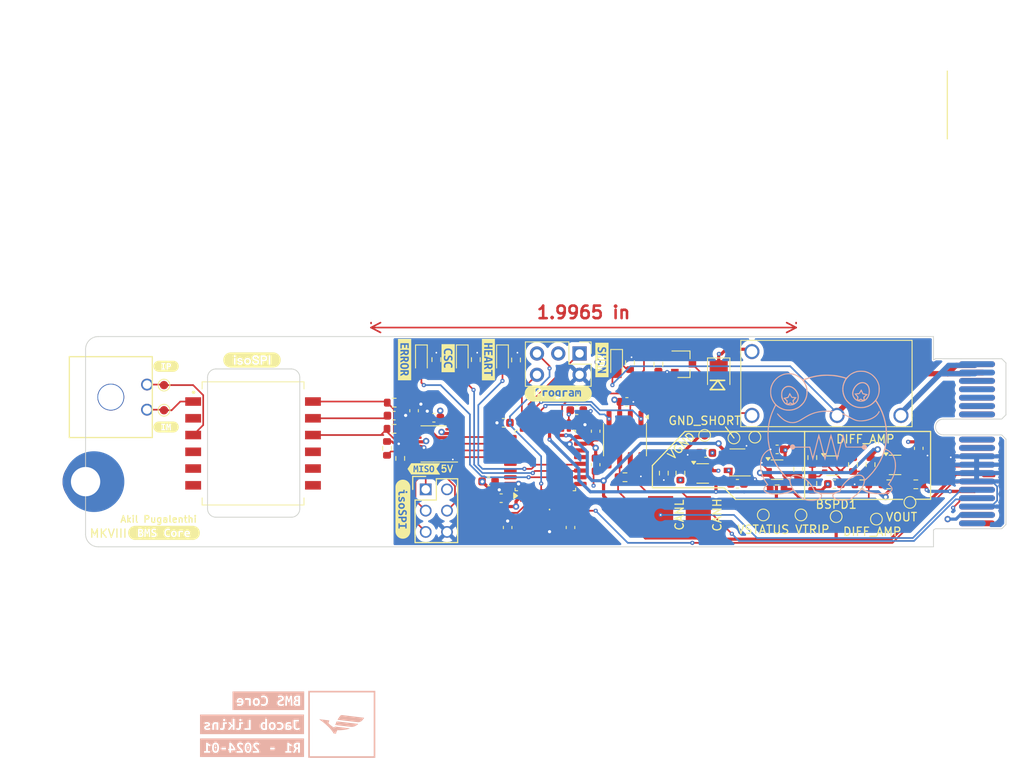
<source format=kicad_pcb>
(kicad_pcb (version 20241229) (generator "pcbnew") (generator_version "9.0")
  (layers (0 "F.Cu" signal) (4 "In1.Cu" power "GND.Cu") (6 "In2.Cu" mixed "PWR.Cu") (2 "B.Cu" signal) (13 "F.Paste" user) (15 "B.Paste" user) (5 "F.SilkS" user "F.Silkscreen") (7 "B.SilkS" user "B.Silkscreen") (1 "F.Mask" user) (3 "B.Mask" user) (25 "Edge.Cuts" user))
  (net 0 "")
  (net 1 "/BSPD_CURRENT_THRESH")
  (net 2 "+5V")
  (net 3 "GND")
  (net 4 "Net-(C7-Pad1)")
  (net 5 "Net-(C8-Pad1)")
  (net 6 "/IM")
  (net 7 "/IP")
  (net 8 "/ISO_MISO")
  (net 9 "/ISO_SCK")
  (net 10 "/ISO_MOSI")
  (net 11 "/ISO_CS")
  (net 12 "Net-(D1-K)")
  (net 13 "/Heartbeat")
  (net 14 "Net-(D2-K)")
  (net 15 "/CSC_Comms")
  (net 16 "Net-(D3-K)")
  (net 17 "/CANH")
  (net 18 "/CANL")
  (net 19 "/Error")
  (net 20 "/FAN_PWM")
  (net 21 "Net-(D5-A)")
  (net 22 "/SHDN_OUT")
  (net 23 "Net-(D6-K)")
  (net 36 "/SHDN_IN")
  (net 43 "Net-(U3-IBIAS)")
  (net 44 "Net-(U3-ICMP)")
  (net 45 "Net-(U3-IM)")
  (net 46 "Net-(U3-IP)")
  (net 47 "Net-(U4-+)")
  (net 48 "Net-(U4--)")
  (net 49 "Net-(U8--)")
  (net 50 "/BMS_RELAY_DRIVE")
  (net 51 "/VOUT_CURRENT_SENSE")
  (net 52 "/BSPD Current Sensor Trigger/VSTATUS")
  (net 53 "Net-(U8-+)")
  (net 54 "/BSPD Current Sensor Trigger/V_GND_THRESHOLD")
  (net 55 "/BSPD Current Sensor Trigger/VTRIP")
  (net 63 "/BSPD Current Sensor Trigger/GND_SHORT")
  (net 64 "/BSPD Current Sensor Trigger/CURRENT_TRIP")
  (net 67 "Net-(U10-PF1-OSC_OUT)")
  (net 68 "Net-(U10-PF0-OSC_IN)")
  (net 69 "+3V3")
  (net 70 "/NRST")
  (net 71 "/SWCLK")
  (net 72 "/SWDIO")
  (net 74 "/CAN_RX")
  (net 75 "/CAN_TX")
  (footprint "OEM:R_0603" (layer "F.Cu") (at 200.594885 136.325 90)
    (property "Reference" "R23" (hide yes))
    (property "Value" "1KR" (hide yes))
  )
  (footprint "OEM:R_0603" (layer "F.Cu") (at 220.6676 149.05515 90)
    (property "Reference" "R19" (hide yes))
    (property "Value" "R_10K" (hide yes))
  )
  (footprint "OEM:PCIe_Mount" (layer "F.Cu") (at 135.6278 150.525 90)
    (property "Reference" "H2" (hide yes))
    (property "Value" "CONN_MountingHole" (hide yes))
  )
  (footprint "OEM:LQFP-32_7x7mm_P0.8mm" (layer "F.Cu") (at 190.5 148 90)
    (property "Reference" "U10" (hide yes))
    (property "Value" "STM32G441KBT6" (hide yes))
  )
  (footprint "OEM:SOT-23F" (layer "F.Cu") (at 206.9998 136.5072)
    (property "Reference" "Q1" (hide yes))
    (property "Value" "SSM3K333R" (hide yes))
  )
  (footprint "OEM:C_0603_1608Metric" (layer "F.Cu") (at 185.225 152.5)
    (property "Reference" "C18" (hide yes))
    (property "Value" "C_0.1uF_16V" (hide yes))
  )
  (footprint "kibuzzard-63BF4A21" (layer "F.Cu") (at 155.5 136)
    (property "Reference" "kibuzzard-63BF4A21" (hide yes))
    (property "Value" "G***" (hide yes))
  )
  (footprint "TestPoint:TestPoint_Pad_D1.0mm" (layer "F.Cu") (at 145 139 90)
    (property "Reference" "IP1" (hide yes))
    (property "Value" "TP_1mm" (hide yes))
  )
  (footprint "TestPoint:TestPoint_Pad_D1.0mm" (layer "F.Cu") (at 230 155)
    (property "Reference" "DIFF_AMP")
    (property "Value" "TP_1mm" (hide yes))
  )
  (footprint "Package_SO:MSOP-16_3x4mm_P0.5mm" (layer "F.Cu") (at 177.155208 146.0234 180)
    (property "Reference" "U3" (hide yes))
    (property "Value" "LTC6820HMS" (hide yes))
  )
  (footprint "OEM:R_0603" (layer "F.Cu") (at 172.460631 141.0944)
    (property "Reference" "R10" (hide yes))
    (property "Value" "R_60.4" (hide yes))
  )
  (footprint "TestPoint:TestPoint_Pad_D1.0mm" (layer "F.Cu") (at 209.5 145)
    (property "Reference" "VGND")
    (property "Value" "V_GND_THRESHOLD" (hide yes))
  )
  (footprint "OEM:C_0603_1608Metric" (layer "F.Cu") (at 186 156 90)
    (property "Reference" "C15" (hide yes))
    (property "Value" "C_30pF_50V" (hide yes))
  )
  (footprint "OEM:R_0603" (layer "F.Cu") (at 200 150 180)
    (property "Reference" "R5" (hide yes))
    (property "Value" "R_120_DNP" (hide yes))
  )
  (footprint "OEM:C_0603" (layer "F.Cu") (at 172.435231 142.6438)
    (property "Reference" "C8" (hide yes))
    (property "Value" "C_10nF" (hide yes))
  )
  (footprint "OEM:R_0603" (layer "F.Cu") (at 229.2995 148.4896 90)
    (property "Reference" "R15" (hide yes))
    (property "Value" "R_10K" (hide yes))
  )
  (footprint "OEM:R_0603" (layer "F.Cu") (at 206.614006 149.5095 90)
    (property "Reference" "R17" (hide yes))
    (property "Value" "R_1M" (hide yes))
  )
  (footprint "OEM:R_0603" (layer "F.Cu") (at 227.2035 148.4896 -90)
    (property "Reference" "R16" (hide yes))
    (property "Value" "R_10K" (hide yes))
  )
  (footprint "OEM:R_0603" (layer "F.Cu") (at 218.15 151.44755 180)
    (property "Reference" "R20" (hide yes))
    (property "Value" "R_576" (hide yes))
  )
  (footprint "OEM:TP_Hook_SMD" (layer "F.Cu") (at 204.25 154.5 90)
    (property "Reference" "CANL")
    (property "Value" "CANL1" (hide yes))
  )
  (footprint "TestPoint:TestPoint_Pad_D1.0mm" (layer "F.Cu") (at 221 154.5)
    (property "Reference" "VTRIP")
    (property "Value" "VTRIP" (hide yes))
  )
  (footprint "OEM:R_0603" (layer "F.Cu") (at 177.493759 135.956528 90)
    (property "Reference" "R21" (hide yes))
    (property "Value" "1KR" (hide yes))
  )
  (footprint "Package_TO_SOT_SMD:SOT-353_SC-70-5" (layer "F.Cu") (at 218.15 149.09745)
    (property "Reference" "U6" (hide yes))
    (property "Value" "MCP6001" (hide yes))
  )
  (footprint "OEM:C_0603" (layer "F.Cu") (at 218.15 146.67235 180)
    (property "Reference" "C11" (hide yes))
    (property "Value" "C_0.1uF" (hide yes))
  )
  (footprint "TestPoint:TestPoint_Pad_D1.0mm" (layer "F.Cu") (at 234 153 180)
    (property "Reference" "VOUT")
    (property "Value" "VOUT" (hide yes))
  )
  (footprint "footprints:Pin_Header_Straight_2x03" (layer "F.Cu") (at 176.225 151.45)
    (property "Reference" "J2" (hide yes))
    (property "Value" "CONN_02x03" (hide yes))
  )
  (footprint "OEM:CHIPLED_0805" (layer "F.Cu") (at 175.710949 135.956528 -90)
    (property "Reference" "D3" (hide yes))
    (property "Value" "LED_RED" (hide yes))
  )
  (footprint "OEM:R_0603" (layer "F.Cu") (at 222.35 150.725 90)
    (property "Reference" "R24" (hide yes))
    (property "Value" "R_10K" (hide yes))
  )
  (footprint "kibuzzard-63B93076" (layer "F.Cu") (at 192.039999 140)
    (property "Reference" "kibuzzard-63B93076" (hide yes))
    (property "Value" "G***" (hide yes))
  )
  (footprint "OEM:FA238160000MBC0 (X_16MHz_18pF_SMD - FA-238_16.0000MB-C0)" (layer "F.Cu") (at 189.9 155.7 180)
    (property "Reference" "Y3" (hide yes))
    (property "Value" "X_16MHz_18pF" (hide yes))
  )
  (footprint "kibuzzard-673AE677" (layer "F.Cu") (at 183.7045 135.956528 -90)
    (property "Reference" "kibuzzard-673AE677" (hide yes))
    (property "Value" "G***" (hide yes))
  )
  (footprint "TestPoint:TestPoint_Pad_D1.0mm" (layer "F.Cu") (at 216.5 154.5)
    (property "Reference" "VSTATUS")
    (property "Value" "VSTATUS" (hide yes))
  )
  (footprint "kibuzzard-63BF57C4" (layer "F.Cu") (at 145 156.6392)
    (property "Reference" "kibuzzard-63BF57C4" (hide yes))
    (property "Value" "G***" (hide yes))
  )
  (footprint "kibuzzard-63B930AD" (layer "F.Cu") (at 176 149)
    (property "Reference" "kibuzzard-63B930AD" (hide yes))
    (property "Value" "G***" (hide yes))
  )
  (footprint "OEM:R_0603" (layer "F.Cu") (at 228.2613 150.8445)
    (property "Reference" "R14" (hide yes))
    (property "Value" "R_10K" (hide yes))
  )
  (footprint "TestPoint:TestPoint_Pad_D1.0mm" (layer "F.Cu") (at 225.196132 154.695)
    (property "Reference" "BSPD1")
    (property "Value" "BSPD_CURRENT_THRESH" (hide yes))
  )
  (footprint "kibuzzard-673AE69E" (layer "F.Cu") (at 173.7045 135.956528 -90)
    (property "Reference" "kibuzzard-673AE69E" (hide yes))
    (property "Value" "G***" (hide yes))
  )
  (footprint "TestPoint:TestPoint_Pad_D1.0mm" (layer "F.Cu") (at 215.5 145.209132)
    (property "Reference" "CURRENT_TRIP" (hide yes))
    (property "Value" "CURRENT_TRIP" (hide yes))
  )
  (footprint "footprints:HM2112ZNLT" (layer "F.Cu") (at 155.6258 145.9618 -90)
    (property "Reference" "T1" (hide yes))
    (property "Value" "HM2112ZNLT" (hide yes))
  )
  (footprint "OEM:R_0603" (layer "F.Cu") (at 172.435231 144.2186 180)
    (property "Reference" "R11" (hide yes))
    (property "Value" "R_60.4" (hide yes))
  )
  (footprint "OEM:C_0603" (layer "F.Cu") (at 174.835831 142.0596 90)
    (property "Reference" "C7" (hide yes))
    (property "Value" "C_10nF" (hide yes))
  )
  (footprint "OEM:C_0603" (layer "F.Cu") (at 209.652006 147.0965 180)
    (property "Reference" "C10" (hide yes))
    (property "Value" "C_0.1uF" (hide yes))
  )
  (footprint "OEM:C_0603_1608Metric" (layer "F.Cu") (at 196.5 148.5 -90)
    (property "Reference" "C20" (hide yes))
    (property "Value" "C_0.1uF_16V" (hide yes))
  )
  (footprint "OEM:R_0603" (layer "F.Cu") (at 182.2045 135.956528 90)
    (property "Reference" "R3" (hide yes))
    (property "Value" "1KR" (hide yes))
  )
  (footprint "OEM:Relay_SPST_OMRON-G5Q-1A4_OEM" (layer "F.Cu") (at 215.1446 142.6184)
    (property "Reference" "K1" (hide yes))
    (property "Value" "Relay_G5Q-1A4-DC5" (hide yes))
  )
  (footprint "kibuzzard-63BB8A3F" (layer "F.Cu") (at 145.25 136.75)
    (property "Reference" "kibuzzard-63BB8A3F" (hide yes))
    (property "Value" "G***" (hide yes))
  )
  (footprint "OEM:C_0603_1608Metric" (layer "F.Cu") (at 200.225 141)
    (property "Reference" "C22" (hide yes))
    (property "Value" "C_0.1uF_16V" (hide yes))
  )
  (footprint "kibuzzard-673AE688" (layer "F.Cu") (at 178.9045 135.7837 -90)
    (property "Reference" "kibuzzard-673AE688" (hide yes))
    (property "Value" "G***" (hide yes))
  )
  (footprint "OEM:R_0603" (layer "F.Cu") (at 222.35 147.65 90)
    (property "Reference" "R25" (hide yes))
    (property "Value" "R_10K" (hide yes))
  )
  (footprint "kibuzzard-673AE5D1" (layer "F.Cu") (at 197.25 136 -90)
    (property "Reference" "kibuzzard-673AE5D1" (hide yes))
    (property "Value" "G***" (hide yes))
  )
  (footprint "OEM:C_0603_1608Metric" (layer "F.Cu") (at 185.5 143.5 180)
    (property "Reference" "C21" (hide yes))
    (property "Value" "C_0.1uF_16V" (hide yes))
  )
  (footprint "OEM:R_0603" (layer "F.Cu") (at 171.610031 146.5554 90)
    (property "Reference" "R9" (hide yes))
    (property "Value" "R_1K" (hide yes))
  )
  (footprint "Package_TO_SOT_SMD:SOT-353_SC-70-5" (layer "F.Cu") (at 232.2225 148.5271)
    (property "Reference" "U4" (hide yes))
    (property "Value" "MCP6001" (hide yes))
  )
  (footprint "OEM:R_0603" (layer "F.Cu") (at 203.9858 136.5072 90)
    (property "Reference" "R7" (hide yes))
    (property "Value" "R_10K" (hide yes))
  )
  (footprint "Package_TO_SOT_SMD:SOT-353_SC-70-5" (layer "F.Cu") (at 224.7753 148.6157)
    (property "Reference" "U8" (hide yes))
    (property "Value" "MCP6001" (hide yes))
  )
  (footprint "OEM:SOT-23-5_OEM" (layer "F.Cu") (at 213.414 148.2298 180)
    (property "Reference" "U7" (hide yes))
    (property "Value" "SN74LVC1G32DBVR" (hide yes))
  )
  (footprint "OEM:CHIPLED_0805" (layer "F.Cu") (at 180.585545 135.956528 -90)
    (property "Reference" "D2" (hide yes))
    (property "Value" "LED_GREEN" (hide yes))
  )
  (footprint "OEM:J_PCIe_x1_Key" (layer "F.Cu") (at 242 155.5 90)
    (property "Reference" "J5" (hide yes))
    (property "Value" "J_PCIe_x1" (hide yes))
    (fp_line (start 19.65 -4.95) (end 19.65 2.95) (stroke (width 0.1)) (layer "Edge.Cuts"))
    (fp_line (start -0.65 -4.95) (end -0.649999 2.95) (stroke (width 0.1)) (layer "Edge.Cuts"))
    (fp_line (start 12.45 -4.000001) (end 12.449999 2.95) (stroke (width 0.1)) (layer "Edge.Cuts"))
    (fp_line (start 10.55 -4.000001) (end 10.550001 2.95) (stroke (width 0.1)) (layer "Edge.Cuts"))
    (fp_line (start 19.65 2.95) (end 19.149999 3.45) (stroke (width 0.1)) (layer "Edge.Cuts"))
    (fp_line (start 12.449999 2.95) (end 12.95 3.45) (stroke (width 0.1)) (layer "Edge.Cuts"))
    (fp_line (start 10.550001 2.95) (end 10.05 3.45) (stroke (width 0.1)) (layer "Edge.Cuts"))
    (fp_line (start -0.649999 2.95) (end -0.15 3.449999) (stroke (width 0.1)) (layer "Edge.Cuts"))
    (fp_line (start -0.15 3.449999) (end 10.05 3.45) (stroke (width 0.1)) (layer "Edge.Cuts"))
    (fp_line (start 12.95 3.45) (end 19.149999 3.45) (stroke (width 0.1)) (layer "Edge.Cuts"))
    (fp_arc (start 10.55 -4.000001) (mid 11.5 -4.950001) (end 12.45 -4.000001) (stroke (width 0.1)) (layer "Edge.Cuts"))
  )
  (footprint "OEM:C_0603_1608Metric" (layer "F.Cu") (at 183.725 150.5)
    (property "Reference" "C17" (hide yes))
    (property "Value" "C_0.1uF_16V" (hide yes))
  )
  (footprint "OEM:CHIPLED_0805" (layer "F.Cu") (at 185.385019 135.956528 -90)
    (property "Reference" "D1" (hide yes))
    (property "Value" "LED_AMBER" (hide yes))
  )
  (footprint "OEM:R_0603" (layer "F.Cu") (at 173.184831 147.7492 90)
    (property "Reference" "R8" (hide yes))
    (property "Value" "R_1K" (hide yes))
  )
  (footprint "OEM:C_0603_1608Metric" (layer "F.Cu") (at 193.5 156 -90)
    (property "Reference" "C14" (hide yes))
    (property "Value" "C_30pF_50V" (hide yes))
  )
  (footprint "TestPoint:TestPoint_Pad_D1.0mm" (layer "F.Cu") (at 213 145.3108)
    (property "Reference" "GND_SHORT")
    (property "Value" "GND_SHORT" (hide yes))
  )
  (footprint "OEM:C_0603" (layer "F.Cu") (at 235.0521 146.5479 -90)
    (property "Reference" "C9" (hide yes))
    (property "Value" "C_0.1uF" (hide yes))
  )
  (footprint "Package_TO_SOT_SMD:SOT-353_SC-70-5" (layer "F.Cu") (at 209.276006 149.547)
    (property "Reference" "U5" (hide yes))
    (property "Value" "MCP6001" (hide yes))
  )
  (footprint "kibuzzard-63B9305B" (layer "F.Cu") (at 173.5 153.812196 -90)
    (property "Reference" "kibuzzard-63B9305B" (hide yes))
    (property "Value" "G***" (hide yes))
  )
  (footprint "TestPoint:TestPoint_Pad_D1.0mm" (layer "F.Cu") (at 145 142 90)
    (property "Reference" "IM1" (hide yes))
    (property "Value" "TP_1mm" (hide yes))
  )
  (footprint "OEM:TP_Hook_SMD" (layer "F.Cu") (at 208.75 154.5 90)
    (property "Reference" "CANH")
    (property "Value" "CANH1" (hide yes))
  )
  (footprint "OEM:C_0603" (layer "F.Cu") (at 224.9813 150.8151)
    (property "Reference" "C13" (hide yes))
    (property "Value" "C_0.1uF" (hide yes))
  )
  (footprint "OEM:R_0603" (layer "F.Cu") (at 204.632806 149.5095 -90)
    (property "Reference" "R18" (hide yes))
    (property "Value" "R_1K" (hide yes))
  )
  (footprint "OEM:J_Programming_Pin_Header_Keyed" (layer "F.Cu") (at 194.579999 135.225 -90)
    (property "Reference" "J4" (hide yes))
    (property "Value" "J_Programming_Pin_Header" (hide yes))
  )
  (footprint "OEM:C_0603_1608Metric" (layer "F.Cu") (at 196.5 144.5 90)
    (property "Reference" "C19" (hide yes))
    (property "Value" "C_0.1uF_16V" (hide yes))
  )
  (footprint "OEM:C_0603" (layer "F.Cu") (at 177.198031 142.8978 180)
    (property "Reference" "C6" (hide yes))
    (property "Value" "C_0.1uF" (hide yes))
  )
  (footprint "OEM:R_0603" (layer "F.Cu") (at 187 136 90)
    (property "Reference" "R1" (hide yes))
    (property "Value" "1KR" (hide yes))
  )
  (footprint "kibuzzard-63BB8A53" (layer "F.Cu") (at 145.25 144)
    (property "Reference" "kibuzzard-63BB8A53" (hide yes))
    (property "Value" "G***" (hide yes))
  )
  (footprint "OEM:R_0603" (layer "F.Cu") (at 231.4806 150.8445 180)
    (property "Reference" "R13" (hide yes))
    (property "Value" "R_10K" (hide yes))
  )
  (footprint "OEM:SOIC-8_3.9x4.9mm_P1.27mm" (layer "F.Cu") (at 200 145.5 -90)
    (property "Reference" "U11" (hide yes))
    (property "Value" "MCP2561-E_SN" (hide yes))
  )
  (footprint "footprints:MicroFit_RA_2" (layer "F.Cu") (at 138.6558 140.434 90)
    (property "Reference" "J3" (hide yes))
    (property "Value" "MicroFit_RA_2" (hide yes))
  )
  (footprint "OEM:C_0603_1608Metric" (layer "F.Cu") (at 194.25 142)
    (property "Reference" "C16" (hide yes))
    (property "Value" "C_0.1uF_16V" (hide yes))
  )
  (footprint "OEM:C_0603" (layer "F.Cu") (at 213.414 150.7762)
    (property "Reference" "C12" (hide yes))
    (property "Value" "C_0.1uF" (hide yes))
  )
  (footprint "OEM:R_0603" (layer "F.Cu") (at 234.6999 150.8445)
    (property "Reference" "R12" (hide yes))
    (property "Value" "R_10K" (hide yes))
  )
  (footprint "OEM:CHIPLED_0805" (layer "F.Cu") (at 199 136.5 -90)
    (property "Reference" "D6" (hide yes))
    (property "Value" "LED_BLUE" (hide yes))
  )
  (footprint "OEM:DO-214AA" (layer "F.Cu") (at 211.1822 138.9354 -90)
    (property "Reference" "D5" (hide yes))
    (property "Value" "D_Zener_18V_SMBJ5355B-TP" (hide yes))
  )
  (footprint "Toad:Toad" (layer "B.Cu") (at 225 145.125 180)
    (property "Reference" "G***" (hide yes))
    (property "Value" "LOGO" (hide yes))
  )
  (footprint "kibuzzard-673AE955" (layer "B.Cu") (at 155.5 179.5 180)
    (property "Reference" "kibuzzard-673AE955" (hide yes))
    (property "Value" "G***" (hide yes))
  )
  (footprint "kibuzzard-673AE966" (layer "B.Cu") (at 157.45 176.6806 180)
    (property "Reference" "kibuzzard-673AE966" (hide yes))
    (property "Value" "G***" (hide yes))
  )
  (footprint "kibuzzard-673AE93C" (layer "B.Cu") (at 155.5 182.290001 180)
    (property "Reference" "kibuzzard-673AE93C" (hide yes))
    (property "Value" "G***" (hide yes))
  )
  (footprint "OEM:OEM_Logo_8mm" (layer "B.Cu") (at 166.21 179.500001 180)
    (property "Reference" "REF**" (hide yes))
    (property "Value" "OEM_Logo_8mm")
  )
  (gr_line (start 236.46 152.625) (end 234.5329 152.625) (stroke (width 0.15)) (layer "F.SilkS"))
  (gr_line (start 203.27 151.255) (end 211.81 151.255) (stroke (width 0.15)) (layer "F.SilkS"))
  (gr_line (start 236.46 144.535) (end 221.43 144.535) (stroke (width 0.15)) (layer "F.SilkS"))
  (gr_line (start 221.43 145.635) (end 221.43 144.535) (stroke (width 0.15)) (layer "F.SilkS"))
  (gr_line (start 236.46 144.535) (end 236.46 152.625) (stroke (width 0.15)) (layer "F.SilkS"))
  (gr_line (start 213.17 152.6439) (end 221.43 152.6439) (stroke (width 0.15)) (layer "F.SilkS"))
  (gr_line (start 211.81 151.255) (end 213.1989 152.6439) (stroke (width 0.15)) (layer "F.SilkS"))
  (gr_line (start 221.43 144.535) (end 215.6018 144.535) (stroke (width 0.15)) (layer "F.SilkS"))
  (gr_line (start 221.43 145.635) (end 221.43 152.625) (stroke (width 0.15)) (layer "F.SilkS"))
  (gr_line (start 233.1329 152.6439) (end 221.43 152.6439) (stroke (width 0.15)) (layer "F.SilkS"))
  (gr_line (start 213 145.3108) (end 212 144) (stroke (width 0.15)) (layer "F.SilkS"))
  (gr_line (start 238.46 109.6) (end 238.46 101.51) (stroke (width 0.15)) (layer "F.SilkS"))
  (gr_line (start 215.5 144.5354) (end 207.1582 144.5354) (stroke (width 0.15)) (layer "F.SilkS"))
  (gr_line (start 207.1582 144.5354) (end 203.27 148.6008) (stroke (width 0.15)) (layer "F.SilkS"))
  (gr_line (start 203.27 148.6008) (end 203.27 151.255) (stroke (width 0.15)) (layer "F.SilkS"))
  (gr_arc (start 160.1978 137.0718) (mid 160.904907 137.364693) (end 161.1978 138.0718) (stroke (width 0.1)) (layer "Edge.Cuts"))
  (gr_line (start 135.6438 134.718328) (end 135.6438 156.816672) (stroke (width 0.1)) (layer "Edge.Cuts"))
  (gr_line (start 151.1978 154.7718) (end 160.1978 154.7718) (stroke (width 0.1)) (layer "Edge.Cuts"))
  (gr_line (start 236.805 156.29) (end 236.805 158.305) (stroke (width 0.1)) (layer "Edge.Cuts"))
  (gr_line (start 236.805 135.99) (end 236.805 133.195) (stroke (width 0.1)) (layer "Edge.Cuts"))
  (gr_arc (start 135.6438 134.718328) (mid 136.085894 133.648591) (end 137.154928 133.2048) (stroke (width 0.1)) (layer "Edge.Cuts"))
  (gr_arc (start 137.1678 158.3048) (mid 136.097609 157.876356) (end 135.6438 156.816672) (stroke (width 0.1)) (layer "Edge.Cuts"))
  (gr_line (start 160.1978 137.0718) (end 151.1978 137.0718) (stroke (width 0.1)) (layer "Edge.Cuts"))
  (gr_line (start 236.805 158.305) (end 137.1678 158.305) (stroke (width 0.1)) (layer "Edge.Cuts"))
  (gr_arc (start 151.1978 154.7718) (mid 150.490693 154.478907) (end 150.1978 153.7718) (stroke (width 0.1)) (layer "Edge.Cuts"))
  (gr_arc (start 150.1978 138.0718) (mid 150.490693 137.364693) (end 151.1978 137.0718) (stroke (width 0.1)) (layer "Edge.Cuts"))
  (gr_line (start 137.154928 133.2048) (end 236.805 133.2048) (stroke (width 0.1)) (layer "Edge.Cuts"))
  (gr_line (start 161.1978 153.7718) (end 161.1978 138.0718) (stroke (width 0.1)) (layer "Edge.Cuts"))
  (gr_arc (start 161.1978 153.7718) (mid 160.904907 154.478907) (end 160.1978 154.7718) (stroke (width 0.1)) (layer "Edge.Cuts"))
  (gr_line (start 150.1978 138.0718) (end 150.1978 153.7718) (stroke (width 0.1)) (layer "Edge.Cuts"))
  (gr_line (start 236.805 135.99) (end 237.05 135.85) (stroke (width 0.1)) (layer "Edge.Cuts"))
  (gr_line (start 236.805 156.29) (end 237.05 156.15) (stroke (width 0.1)) (layer "Edge.Cuts"))
  (gr_text "5V" (at 178.75 149 0) (layer "F.SilkS") (effects (font (size 0.8 0.8))))
  (gr_text "Akil Pugalenthi" (at 144.3576 155.0136 0) (layer "F.SilkS") (effects (font (size 0.8 0.8))))
  (gr_text "MKVIII" (at 138.3604 156.7154 0) (layer "F.SilkS") (effects (font (size 1 1))))
  (gr_text "DIFF_AMP" (at 225.1 146.035 0) (layer "F.SilkS") (effects (font (size 1 1)) (justify left bottom)))
  (dimension (type aligned) (layer "F.Cu") (pts (xy 169.704 132.1282) (xy 220.416 132.1282)) (height 0) (format (prefix "") (suffix "") (units 0) (units_format 1) (precision 4)) (style (thickness 0.2) (arrow_length 1.27) (text_position_mode 0) (arrow_direction outward) (extension_height 0.58642) (extension_offset 0.5) (keep_text_aligned yes)) (gr_text "1.9965 in" (at 195.06 130.3282 0) (layer "F.Cu") (effects (font (size 1.5 1.5) (thickness 0.3)))))
  (segment (start 197.4437 150.41231) (end 197.4437 152.2339) (width 0.381) (layer "F.Cu") (net 1))
  (segment (start 242.8085 149.8085) (end 244 149.8085) (width 0.381) (layer "F.Cu") (net 1))
  (segment (start 197.4437 152.2339) (end 202.4523 157.2425) (width 0.381) (layer "F.Cu") (net 1))
  (segment (start 191.7 144.668) (end 191.7 143.825) (width 0.381) (layer "F.Cu") (net 1))
  (segment (start 225.196132 157.368632) (end 225.22 157.3925) (width 0.381) (layer "F.Cu") (net 1))
  (segment (start 242.5 149.5) (end 242.8085 149.8085) (width 0.381) (layer "F.Cu") (net 1))
  (segment (start 211.16 145.965) (end 211.16 146.1258) (width 0.381) (layer "F.Cu") (net 1))
  (segment (start 192.968 145) (end 192.032 145) (width 0.381) (layer "F.Cu") (net 1))
  (segment (start 231.7562 157.366532) (end 231.730232 157.3925) (width 0.381) (layer "F.Cu") (net 1))
  (segment (start 208.8454 157.3925) (end 225.22 157.3925) (width 0.381) (layer "F.Cu") (net 1))
  (segment (start 208.6954 157.2425) (end 208.8454 157.3925) (width 0.381) (layer "F.Cu") (net 1))
  (segment (start 241.755 149.64) (end 239.482732 149.64) (width 0.381) (layer "F.Cu") (net 1))
  (segment (start 211.16 146.1258) (end 212.314 147.2798) (width 0.381) (layer "F.Cu") (net 1))
  (segment (start 239.482732 149.64) (end 238.923232 150.1995) (width 0.381) (layer "F.Cu") (net 1))
  (segment (start 192.032 145) (end 191.7 144.668) (width 0.381) (layer "F.Cu") (net 1))
  (segment (start 231.730232 157.3925) (end 225.22 157.3925) (width 0.381) (layer "F.Cu") (net 1))
  (segment (start 238.923232 150.1995) (end 238.923231 150.1995) (width 0.381) (layer "F.Cu") (net 1))
  (segment (start 238.923231 150.1995) (end 231.7562 157.366532) (width 0.381) (layer "F.Cu") (net 1))
  (segment (start 225.196132 154.695) (end 225.196132 157.368632) (width 0.381) (layer "F.Cu") (net 1))
  (segment (start 202.4523 157.2425) (end 208.6954 157.2425) (width 0.381) (layer "F.Cu") (net 1))
  (via (at 192.968 145) (size 0.5) (drill 0.2) (layers "F.Cu" "B.Cu") (net 1))
  (via (at 211.16 145.965) (size 0.762) (drill 0.381) (layers "F.Cu" "B.Cu") (net 1))
  (via (at 197.4437 150.41231) (size 0.762) (drill 0.381) (layers "F.Cu" "B.Cu") (net 1))
  (segment (start 193.5 145) (end 192.968 145) (width 0.381) (layer "B.Cu") (net 1))
  (segment (start 195.5 149.82462) (end 195.5 147) (width 0.381) (layer "B.Cu") (net 1))
  (segment (start 197.4437 150.41231) (end 196.08769 150.41231) (width 0.381) (layer "B.Cu") (net 1))
  (segment (start 197.4437 150.41231) (end 201.89101 145.965) (width 0.381) (layer "B.Cu") (net 1))
  (segment (start 201.89101 145.965) (end 211.16 145.965) (width 0.381) (layer "B.Cu") (net 1))
  (segment (start 196.08769 150.41231) (end 195.5 149.82462) (width 0.381) (layer "B.Cu") (net 1))
  (segment (start 195.5 147) (end 193.5 145) (width 0.381) (layer "B.Cu") (net 1))
  (segment (start 225.7253 147.9657) (end 223.8441 146.0845) (width 0.381) (layer "F.Cu") (net 2))
  (segment (start 178.286231 144.7734) (end 179.305208 144.7734) (width 0.381) (layer "F.Cu") (net 2))
  (segment (start 235.0521 145.7729) (end 233.7821 145.7729) (width 0.381) (layer "F.Cu") (net 2))
  (segment (start 198.75 140.75) (end 199.03 140.75) (width 0.381) (layer "F.Cu") (net 2))
  (segment (start 211.1822 136.9034) (end 211.1822 135.3032) (width 0.381) (layer "F.Cu") (net 2))
  (segment (start 179.305208 144.2734) (end 179.305208 144.7734) (width 0.381) (layer "F.Cu") (net 2))
  (segment (start 177.973031 142.8978) (end 176.597431 144.2734) (width 0.381) (layer "F.Cu") (net 2))
  (segment (start 219.1 148.44745) (end 219.1 147.58675) (width 0.381) (layer "F.Cu") (net 2))
  (segment (start 211.142006 149.2215) (end 210.550506 149.2215) (width 0.381) (layer "F.Cu") (net 2))
  (segment (start 235.0521 145.9975) (end 233.1725 147.8771) (width 0.381) (layer "F.Cu") (net 2))
  (segment (start 222.35 151.55) (end 223.4714 151.55) (width 0.381) (layer "F.Cu") (net 2))
  (segment (start 236 151.3196) (end 235.5249 150.8445) (width 0.381) (layer "F.Cu") (net 2))
  (segment (start 199.03 140.75) (end 199.365 141.085) (width 0.381) (layer "F.Cu") (net 2))
  (segment (start 219.1 148.44745) (end 220.6655 148.44745) (width 0.381) (layer "F.Cu") (net 2))
  (segment (start 224.1982 150.8232) (end 224.2063 150.8151) (width 0.381) (layer "F.Cu") (net 2))
  (segment (start 199.365 141.085) (end 199.365 143.025) (width 0.381) (layer "F.Cu") (net 2))
  (segment (start 178.068431 141.9512) (end 177.960031 142.0596) (width 0.381) (layer "F.Cu") (net 2))
  (segment (start 235.0521 145.7729) (end 235.0521 145.9975) (width 0.381) (layer "F.Cu") (net 2))
  (segment (start 176.597431 144.2734) (end 175.005208 144.2734) (width 0.381) (layer "F.Cu") (net 2))
  (segment (start 211.5124 135.2778) (end 212.0712 134.719) (width 0.381) (layer "F.Cu") (net 2))
  (segment (start 177.973031 142.0726) (end 177.973031 142.8978) (width 0.381) (layer "F.Cu") (net 2))
  (segment (start 210.427006 147.0965) (end 210.226006 147.2975) (width 0.381) (layer "F.Cu") (net 2))
  (segment (start 236 151.5) (end 236 151.3196) (width 0.381) (layer "F.Cu") (net 2))
  (segment (start 176.178699 145.7734) (end 175.005208 145.7734) (width 0.381) (layer "F.Cu") (net 2))
  (segment (start 238.7666 151.6862) (end 241.7088 151.6862) (width 0.381) (layer "F.Cu") (net 2))
  (segment (start 241.7088 151.6862) (end 241.755 151.64) (width 0.381) (layer "F.Cu") (net 2))
  (segment (start 178.112431 144.5996) (end 178.286231 144.7734) (width 0.381) (layer "F.Cu") (net 2))
  (segment (start 179.305208 145.2734) (end 177.597431 145.2734) (width 0.381) (layer "F.Cu") (net 2))
  (segment (start 223.4714 151.55) (end 224.1982 150.8232) (width 0.381) (layer "F.Cu") (net 2))
  (segment (start 212.639 150.7762) (end 212.639 149.5048) (width 0.381) (layer "F.Cu") (net 2))
  (segment (start 219.1 147.58675) (end 219.1 146.84735) (width 0.381) (layer "F.Cu") (net 2))
  (segment (start 210.550506 149.2215) (end 210.226006 148.897) (width 0.381) (layer "F.Cu") (net 2))
  (segment (start 219.1324 146.7566) (end 219.8045 146.0845) (width 0.381) (layer "F.Cu") (net 2))
  (segment (start 212.639 149.5048) (end 212.314 149.1798) (width 0.381) (layer "F.Cu") (net 2))
  (segment (start 176.269621 145.682478) (end 176.178699 145.7734) (width 0.381) (layer "F.Cu") (net 2))
  (segment (start 211.2076 135.2778) (end 211.5124 135.2778) (width 0.381) (layer "F.Cu") (net 2))
  (segment (start 219.8045 146.0845) (end 223.8441 146.0845) (width 0.381) (layer "F.Cu") (net 2))
  (segment (start 177.597431 145.2734) (end 176.597431 144.2734) (width 0.381) (layer "F.Cu") (net 2))
  (segment (start 212.0712 134.719) (end 215.1446 134.719) (width 0.381) (layer "F.Cu") (net 2))
  (segment (start 177.960031 142.0596) (end 177.973031 142.0726) (width 0.381) (layer "F.Cu") (net 2))
  (via (at 198.75 140.75) (size 0.762) (drill 0.381) (layers "F.Cu" "B.Cu") (net 2))
  (via (at 219.1324 146.7566) (size 0.5) (drill 0.2) (layers "F.Cu" "B.Cu") (net 2))
  (via (at 233.7821 145.7729) (size 0.5) (drill 0.2) (layers "F.Cu" "B.Cu") (net 2))
  (via (at 224.1982 150.8232) (size 0.5) (drill 0.2) (layers "F.Cu" "B.Cu") (net 2))
  (via (at 238.7666 151.6862) (size 0.5) (drill 0.2) (layers "F.Cu" "B.Cu") (net 2))
  (via (at 178.112431 144.5996) (size 0.762) (drill 0.381) (layers "F.Cu" "B.Cu") (net 2))
  (via (at 211.2076 135.2778) (size 0.5) (drill 0.2) (layers "F.Cu" "B.Cu") (net 2))
  (via (at 206.614006 150.3345) (size 0.5) (drill 0.2) (layers "F.Cu" "B.Cu") (net 2))
  (via (at 210.427006 147.0965) (size 0.5) (drill 0.2) (layers "F.Cu" "B.Cu") (net 2))
  (via (at 236 151.5) (size 0.5) (drill 0.2) (layers "F.Cu" "B.Cu") (net 2))
  (via (at 212.3782 149.1798) (size 0.5) (drill 0.2) (layers "F.Cu" "B.Cu") (net 2))
  (via (at 177.960031 142.0596) (size 0.762) (drill 0.381) (layers "F.Cu" "B.Cu") (net 2))
  (via (at 176.269621 145.682478) (size 0.762) (drill 0.381) (layers "F.Cu" "B.Cu") (net 2))
  (via (at 211.142006 149.2215) (size 0.5) (drill 0.2) (layers "F.Cu" "B.Cu") (net 2))
  (segment (start 236.1862 151.6862) (end 236 151.5) (width 0.381) (layer "B.Cu") (net 2))
  (segment (start 238.7666 151.6862) (end 236.1862 151.6862) (width 0.381) (layer "B.Cu") (net 2))
  (segment (start 207.477606 149.023599) (end 207.477606 147.5791) (width 0.2) (layer "F.Cu") (net 3))
  (segment (start 172.346631 145.895) (end 172.893331 145.895) (width 0.254) (layer "F.Cu") (net 3))
  (segment (start 201.896446 147.983554) (end 201.905 147.975) (width 0.2) (layer "F.Cu") (net 3))
  (segment (start 175.803469 146.2734) (end 175.005208 146.2734) (width 0.2) (layer "F.Cu") (net 3))
  (segment (start 188.8 154.9) (end 188.1 154.9) (width 0.2) (layer "F.Cu") (net 3))
  (segment (start 175.648631 141.2722) (end 174.848231 141.2722) (width 0.381) (layer "F.Cu") (net 3))
  (segment (start 177.493759 135.142641) (end 177.4233 135.2131) (width 0.2) (layer "F.Cu") (net 3))
  (segment (start 234.0479 148.3271) (end 235.0521 147.3229) (width 0.2) (layer "F.Cu") (net 3))
  (segment (start 189.002 154.9) (end 188.8 154.9) (width 0.2) (layer "F.Cu") (net 3))
  (segment (start 179.458631 147.8762) (end 179.561431 147.7734) (width 0.254) (layer "F.Cu") (net 3))
  (segment (start 185 151) (end 184.5 150.5) (width 0.381) (layer "F.Cu") (net 3))
  (segment (start 235.1407 147.4115) (end 235.0521 147.3229) (width 0.2) (layer "F.Cu") (net 3))
  (segment (start 179.355831 147.7734) (end 179.458631 147.8762) (width 0.254) (layer "F.Cu") (net 3))
  (segment (start 191 156.5) (end 193.225 156.5) (width 0.2) (layer "F.Cu") (net 3))
  (segment (start 182.368355 135.131528) (end 182.4017 135.164873) (width 0.2) (layer "F.Cu") (net 3))
  (segment (start 179.305208 147.7734) (end 179.355831 147.7734) (width 0.254) (layer "F.Cu") (net 3))
  (segment (start 174.848231 141.2722) (end 174.835831 141.2846) (width 0.381) (layer "F.Cu") (net 3))
  (segment (start 223.5907 148.6157) (end 223.8253 148.6157) (width 0.2) (layer "F.Cu") (net 3))
  (segment (start 214.5 146.75) (end 214.514 146.764) (width 0.2) (layer "F.Cu") (net 3))
  (segment (start 223.075 148.1) (end 223.5907 148.6157) (width 0.2) (layer "F.Cu") (net 3))
  (segment (start 195.225 143.725) (end 196.5 143.725) (width 0.2) (layer "F.Cu") (net 3))
  (segment (start 214.189 150.7762) (end 216.65365 150.7762) (width 0.2) (layer "F.Cu") (net 3))
  (segment (start 227.4 150.8445) (end 226.55 150.8445) (width 0.2) (layer "F.Cu") (net 3))
  (segment (start 172.182031 145.7304) (end 172.346631 145.895) (width 0.254) (layer "F.Cu") (net 3))
  (segment (start 171.610031 145.7304) (end 172.182031 145.7304) (width 0.254) (layer "F.Cu") (net 3))
  (segment (start 217.027254 149.09745) (end 216.3262 148.396396) (width 0.2) (layer "F.Cu") (net 3))
  (segment (start 185 151.5) (end 186 152.5) (width 0.381) (layer "F.Cu") (net 3))
  (segment (start 190.602 156.5) (end 189.002 154.9) (width 0.2) (layer "F.Cu") (net 3))
  (segment (start 239.901054 152.897442) (end 239.901054 152.693946) (width 0.2) (layer "F.Cu") (net 3))
  (segment (start 185 151.5) (end 185 151) (width 0.381) (layer "F.Cu") (net 3))
  (segment (start 223.075 147.55) (end 223.075 148.1) (width 0.2) (layer "F.Cu") (net 3))
  (segment (start 205.0272 137.447) (end 205.9396 137.447) (width 0.2) (layer "F.Cu") (net 3))
  (segment (start 172.893331 145.895) (end 173.007031 146.0087) (width 0.254) (layer "F.Cu") (net 3))
  (segment (start 225.7857 150.8445) (end 225.7563 150.8151) (width 0.2) (layer "F.Cu") (net 3))
  (segment (start 200.635 143.025) (end 200.635 141.365) (width 0.2) (layer "F.Cu") (net 3))
  (segment (start 200.635 141.365) (end 201 141) (width 0.2) (layer "F.Cu") (net 3))
  (segment (start 193.392132 146.058499) (end 194.133633 146.8) (width 0.2) (layer "F.Cu") (net 3))
  (segment (start 216.3262 148.396396) (end 216.3262 148.2806) (width 0.2) (layer "F.Cu") (net 3))
  (segment (start 214.514 146.764) (end 214.514 147.2798) (width 0.2) (layer "F.Cu") (net 3))
  (segment (start 239.901054 152.693946) (end 240.095 152.5) (width 0.2) (layer "F.Cu") (net 3))
  (segment (start 231.4725 148.3271) (end 234.0479 148.3271) (width 0.2) (layer "F.Cu") (net 3))
  (segment (start 207.477606 147.3215) (end 208.652006 147.3215) (width 0.2) (layer "F.Cu") (net 3))
  (segment (start 222.35 146.825) (end 223.075 147.55) (width 0.2) (layer "F.Cu") (net 3))
  (segment (start 176.423031 142.1228) (end 176.410631 142.1104) (width 0.381) (layer "F.Cu") (net 3))
  (segment (start 208.001007 149.547) (end 207.477606 149.023599) (width 0.2) (layer "F.Cu") (net 3))
  (segment (start 187.775 155.225) (end 186 155.225) (width 0.2) (layer "F.Cu") (net 3))
  (segment (start 217.2 149.09745) (end 217.027254 149.09745) (width 0.2) (layer "F.Cu") (net 3))
  (segment (start 184.35942 150.35942) (end 184.5 150.5) (width 0.2) (layer "F.Cu") (net 3))
  (segment (start 179.561431 147.7734) (end 179.707561 147.7734) (width 0.254) (layer "F.Cu") (net 3))
  (segment (start 214.5 146.25) (end 214.5 146.75) (width 0.2) (layer "F.Cu") (net 3))
  (segment (start 216.65365 150.7762) (end 217.325 151.44755) (width 0.2) (layer "F.Cu") (net 3))
  (segment (start 195.896446 142.103554) (end 195.128554 142.103554) (width 0.2) (layer "F.Cu") (net 3))
  (segment (start 173.210231 142.6438) (end 173.806662 142.6438) (width 0.381) (layer "F.Cu") (net 3))
  (segment (start 224.150299 148.6157) (end 225.7563 150.221701) (width 0.2) (layer "F.Cu") (net 3))
  (segment (start 208.652006 147.3215) (end 208.877006 147.0965) (width 0.2) (layer "F.Cu") (net 3))
  (segment (start 214.514 147.2798) (end 214.5 147.2658) (width 0.2) (layer "F.Cu") (net 3))
  (segment (start 176.423031 142.8978) (end 176.423031 142.1228) (width 0.381) (layer "F.Cu") (net 3))
  (segment (start 193.392132 146.058499) (end 193.392132 145.732869) (width 0.2) (layer "F.Cu") (net 3))
  (segment (start 182.4017 135.164873) (end 182.4017 135.2517) (width 0.2) (layer "F.Cu") (net 3))
  (segment (start 187.3 150.8) (end 186.325 150.8) (width 0.2) (layer "F.Cu") (net 3))
  (segment (start 240.095 152.5) (end 242.5 152.5) (width 0.2) (layer "F.Cu") (net 3))
  (segment (start 236.0935 147.4115) (end 235.1407 147.4115) (width 0.2) (layer "F.Cu") (net 3))
  (segment (start 176.008519 146.47845) (end 175.803469 146.2734) (width 0.2) (layer "F.Cu") (net 3))
  (segment (start 196.25 149.525) (end 196.5 149.275) (width 0.2) (layer "F.Cu") (net 3))
  (segment (start 176.008519 146.47845) (end 175.300158 146.47845) (width 0.2) (layer "F.Cu") (net 3))
  (segment (start 208.326006 149.547) (end 208.001007 149.547) (width 0.2) (layer "F.Cu") (net 3))
  (segment (start 226.55 150.8445) (end 225.7857 150.8445) (width 0.2) (layer "F.Cu") (net 3))
  (segment (start 223.8253 148.6157) (end 224.150299 148.6157) (width 0.2) (layer "F.Cu") (net 3))
  (segment (start 227.4069 150.8151) (end 227.4363 150.8445) (width 0.2) (layer "F.Cu") (net 3))
  (segment (start 193.225 156.5) (end 193.5 156.775) (width 0.2) (layer "F.Cu") (net 3))
  (segment (start 215.5 150.25) (end 214.7152 150.25) (width 0.2) (layer "F.Cu") (net 3))
  (segment (start 188.1 154.9) (end 187.775 155.225) (width 0.2) (layer "F.Cu") (net 3))
  (segment (start 231.2725 148.5271) (end 231.4725 148.3271) (width 0.2) (layer "F.Cu") (net 3))
  (segment (start 227.4363 150.8445) (end 227.4 150.8445) (width 0.2) (layer "F.Cu") (net 3))
  (segment (start 207.477606 147.5791) (end 207.477606 147.3215) (width 0.2) (layer "F.Cu") (net 3))
  (segment (start 214.7152 150.25) (end 214.189 150.7762) (width 0.2) (layer "F.Cu") (net 3))
  (segment (start 239.149248 153.649248) (end 239.901054 152.897442) (width 0.2) (layer "F.Cu") (net 3))
  (segment (start 205.0272 137.447) (end 204.1646 137.447) (width 0.2) (layer "F.Cu") (net 3))
  (segment (start 173.806662 142.6438) (end 173.830331 142.620131) (width 0.381) (layer "F.Cu") (net 3))
  (segment (start 201.896446 149.896446) (end 201.896446 147.983554) (width 0.2) (layer "F.Cu") (net 3))
  (segment (start 191 156.5) (end 190.602 156.5) (width 0.2) (layer "F.Cu") (net 3))
  (segment (start 225.7563 150.221701) (end 225.7563 150.8151) (width 0.2) (layer "F.Cu") (net 3))
  (segment (start 195.128554 142.103554) (end 195.025 142) (width 0.2) (layer "F.Cu") (net 3))
  (segment (start 193.392132 145.732869) (end 193.925001 145.2) (width 0.2) (layer "F.Cu") (net 3))
  (segment (start 196.25 151.00281) (end 196.25 149.525) (width 0.2) (layer "F.Cu") (net 3))
  (segment (start 175.693222 146.7734) (end 175.005208 146.7734) (width 0.2) (layer "F.Cu") (net 3))
  (segment (start 193.925001 145.2) (end 194.675 145.2) (width 0.2) (layer "F.Cu") (net 3))
  (segment (start 194.133633 146.8) (end 194.675 146.8) (width 0.2) (layer "F.Cu") (net 3))
  (segment (start 177.493759 135.131528) (end 177.493759 135.142641) (width 0.2) (layer "F.Cu") (net 3))
  (segment (start 175.300158 146.47845) (end 175.005208 146.7734) (width 0.2) (layer "F.Cu") (net 3))
  (via (at 214.5 146.25) (size 0.5) (drill 0.2) (layers "F.Cu" "B.Cu") (net 3))
  (via (at 204.632806 150.3345) (size 0.5) (drill 0.2) (layers "F.Cu" "B.Cu") (net 3))
  (via (at 200.78281 135.675) (size 0.5) (drill 0.2) (layers "F.Cu" "B.Cu") (net 3))
  (via (at 227.4 150.8445) (size 0.5) (drill 0.2) (layers "F.Cu" "B.Cu") (net 3))
  (via (at 176.008519 146.47845) (size 0.6096) (drill 0.3048) (layers "F.Cu" "B.Cu") (net 3))
  (via (at 177.493759 135.131528) (size 0.5) (drill 0.2) (layers "F.Cu" "B.Cu") (net 3))
  (via (at 195.225 143.725) (size 0.762) (drill 0.381) (layers "F.Cu" "B.Cu") (net 3))
  (via (at 187.167829 135.131528) (size 0.5) (drill 0.2) (layers "F.Cu" "B.Cu") (net 3))
  (via (at 216.3262 148.2806) (size 0.5) (drill 0.2) (layers "F.Cu" "B.Cu") (net 3))
  (via (at 215.5 150.25) (size 0.5) (drill 0.2) (layers "F.Cu" "B.Cu") (net 3))
  (via (at 179.458631 147.8762) (size 0.5) (drill 0.2) (layers "F.Cu" "B.Cu") (net 3))
  (via (at 176.410631 142.1104) (size 0.762) (drill 0.381) (layers "F.Cu" "B.Cu") (net 3))
  (via (at 195.896446 142.103554) (size 0.5) (drill 0.2) (layers "F.Cu" "B.Cu") (net 3))
  (via (at 201 141) (size 0.5) (drill 0.2) (layers "F.Cu" "B.Cu") (net 3))
  (via (at 193.392132 146.058499) (size 0.762) (drill 0.381) (layers "F.Cu" "B.Cu") (net 3))
  (via (at 182.368355 135.131528) (size 0.5) (drill 0.2) (layers "F.Cu" "B.Cu") (net 3))
  (via (at 239.149248 153.649248) (size 0.5) (drill 0.2) (layers "F.Cu" "B.Cu") (net 3))
  (via (at 173.007031 146.0087) (size 0.7) (drill 0.3) (layers "F.Cu" "B.Cu") (net 3))
  (via (at 236.0935 147.4115) (size 0.5) (drill 0.2) (layers "F.Cu" "B.Cu") (net 3))
  (via (at 238.8682 147.6222) (size 0.5) (drill 0.2) (layers "F.Cu" "B.Cu") (net 3))
  (via (at 184.725 143.5) (size 0.762) (drill 0.381) (layers "F.Cu" "B.Cu") (net 3))
  (via (at 191 156.5) (size 0.762) (drill 0.381) (layers "F.Cu" "B.Cu") (net 3))
  (via (at 186 155.225) (size 0.762) (drill 0.381) (layers "F.Cu" "B.Cu") (net 3))
  (via (at 217.375 146.67235) (size 0.5) (drill 0.2) (layers "F.Cu" "B.Cu") (net 3))
  (via (at 173.830331 142.620131) (size 0.762) (drill 0.381) (layers "F.Cu" "B.Cu") (net 3))
  (via (at 207.477606 147.3215) (size 0.5) (drill 0.2) (layers "F.Cu" "B.Cu") (net 3))
  (via (at 201.896446 149.896446) (size 0.5) (drill 0.2) (layers "F.Cu" "B.Cu") (net 3))
  (via (at 196.25 151.00281) (size 0.5) (drill 0.2) (layers "F.Cu" "B.Cu") (net 3))
  (via (at 185 151.5) (size 0.762) (drill 0.381) (layers "F.Cu" "B.Cu") (net 3))
  (via (at 205.0272 137.447) (size 0.5) (drill 0.2) (layers "F.Cu" "B.Cu") (net 3))
  (via (at 187.3 150.8) (size 0.762) (drill 0.381) (layers "F.Cu" "B.Cu") (net 3))
  (via (at 175.648631 141.2722) (size 0.762) (drill 0.381) (layers "F.Cu" "B.Cu") (net 3))
  (segment (start 244.401 151.101) (end 243.8 150.5) (width 0.2) (layer "B.Cu") (net 3))
  (segment (start 238.886 147.64) (end 238.8682 147.6222) (width 0.2) (layer "B.Cu") (net 3))
  (segment (start 241.755 150.64) (end 241.755 149.64) (width 0.2) (layer "B.Cu") (net 3))
  (segment (start 243.403528 150.64) (end 241.755 150.64) (width 0.2) (layer "B.Cu") (net 3))
  (segment (start 241.755 149.64) (end 241.755 148.64) (width 0.2) (layer "B.Cu") (net 3))
  (segment (start 241.755 147.64) (end 238.886 147.64) (width 0.2) (layer "B.Cu") (net 3))
  (segment (start 243.8 150.5) (end 242 150.5) (width 0.2) (layer "B.Cu") (net 3))
  (segment (start 243.555 153.64) (end 244.401 152.794) (width 0.2) (layer "B.Cu") (net 3))
  (segment (start 241.755 148.64) (end 241.755 147.64) (width 0.2) (layer "B.Cu") (net 3))
  (segment (start 241.755 153.64) (end 243.555 153.64) (width 0.2) (layer "B.Cu") (net 3))
  (segment (start 244.401 152.794) (end 244.401 151.101) (width 0.2) (layer "B.Cu") (net 3))
  (segment (start 174.835831 142.6446) (end 173.285631 141.0944) (width 0.2) (layer "F.Cu") (net 4))
  (segment (start 173.451831 144.2186) (end 174.835831 142.8346) (width 0.2) (layer "F.Cu") (net 4))
  (segment (start 174.835831 142.8346) (end 174.835831 142.6446) (width 0.2) (layer "F.Cu") (net 4))
  (segment (start 173.260231 144.2186) (end 173.451831 144.2186) (width 0.2) (layer "F.Cu") (net 4))
  (segment (start 171.6488 142.9618) (end 162.7708 142.9618) (width 0.2) (layer "F.Cu") (net 5))
  (segment (start 171.660231 142.6438) (end 171.342231 142.9618) (width 0.2) (layer "F.Cu") (net 5))
  (segment (start 145 142) (end 145.9098 142) (width 0.2) (layer "F.Cu") (net 6))
  (segment (start 142.9758 141.934) (end 144.934 141.934) (width 0.2) (layer "F.Cu") (net 6))
  (segment (start 144.934 141.934) (end 145 142) (width 0.2) (layer "F.Cu") (net 6))
  (segment (start 145.9098 142) (end 146.948 140.9618) (width 0.2) (layer "F.Cu") (net 6))
  (segment (start 146.948 140.9618) (end 148.4808 140.9618) (width 0.2) (layer "F.Cu") (net 6))
  (segment (start 148.476 139) (end 149.6768 140.2008) (width 0.2) (layer "F.Cu") (net 7))
  (segment (start 149.6768 140.2008) (end 149.6768 143.7658) (width 0.2) (layer "F.Cu") (net 7))
  (segment (start 149.6768 143.7658) (end 148.4808 144.9618) (width 0.2) (layer "F.Cu") (net 7))
  (segment (start 142.9758 138.934) (end 144.934 138.934) (width 0.2) (layer "F.Cu") (net 7))
  (segment (start 145 139) (end 148.476 139) (width 0.2) (layer "F.Cu") (net 7))
  (segment (start 144.934 138.934) (end 145 139) (width 0.2) (layer "F.Cu") (net 7))
  (segment (start 177.729 148.267388) (end 177.729 147.271) (width 0.2) (layer "F.Cu") (net 8))
  (segment (start 177.729 147.271) (end 178.2266 146.7734) (width 0.2) (layer "F.Cu") (net 8))
  (segment (start 176.225 151.45) (end 176.225 149.771388) (width 0.2) (layer "F.Cu") (net 8))
  (segment (start 178.2266 146.7734) (end 179.305208 146.7734) (width 0.254) (layer "F.Cu") (net 8))
  (segment (start 176.225 149.771388) (end 177.729 148.267388) (width 0.2) (layer "F.Cu") (net 8))
  (segment (start 179.305208 146.7734) (end 179.331808 146.8) (width 0.2) (layer "F.Cu") (net 8))
  (segment (start 179.331808 146.8) (end 186.325 146.8) (width 0.2) (layer "F.Cu") (net 8))
  (segment (start 180.512399 146) (end 186.325 146) (width 0.2) (layer "F.Cu") (net 9))
  (segment (start 180.238999 146.2734) (end 180.512399 146) (width 0.2) (layer "F.Cu") (net 9))
  (segment (start 178.518096 146.3724) (end 178.495096 146.3954) (width 0.2) (layer "F.Cu") (net 9))
  (segment (start 177.351 147.674742) (end 177.352979 147.676721) (width 0.2) (layer "F.Cu") (net 9))
  (segment (start 177.94147 146.3954) (end 177.351 146.98587) (width 0.2) (layer "F.Cu") (net 9))
  (segment (start 177.352979 148.147021) (end 177.352979 147.676721) (width 0.2) (layer "F.Cu") (net 9))
  (segment (start 175 152.765) (end 176.225 153.99) (width 0.2) (layer "F.Cu") (net 9))
  (segment (start 175 150.5) (end 175 152.765) (width 0.2) (layer "F.Cu") (net 9))
  (segment (start 179.305208 146.2734) (end 180.238999 146.2734) (width 0.2) (layer "F.Cu") (net 9))
  (segment (start 179.305208 146.2734) (end 179.2266 146.2734) (width 0.2) (layer "F.Cu") (net 9))
  (segment (start 177.352979 147.676721) (end 177.351 147.676721) (width 0.2) (layer "F.Cu") (net 9))
  (segment (start 177.351 146.98587) (end 177.351 147.674742) (width 0.2) (layer "F.Cu") (net 9))
  (segment (start 178.495096 146.3954) (end 177.94147 146.3954) (width 0.2) (layer "F.Cu") (net 9))
  (segment (start 175 150.5) (end 177.352979 148.147021) (width 0.2) (layer "F.Cu") (net 9))
  (segment (start 179.1276 146.3724) (end 178.518096 146.3724) (width 0.2) (layer "F.Cu") (net 9))
  (segment (start 179.2266 146.2734) (end 179.1276 146.3724) (width 0.2) (layer "F.Cu") (net 9))
  (segment (start 179.716 151.056082) (end 179.716 153.039) (width 0.2) (layer "F.Cu") (net 10))
  (segment (start 179.716 153.039) (end 178.765 153.99) (width 0.2) (layer "F.Cu") (net 10))
  (segment (start 178.329208 147.524401) (end 178.329208 149.66929) (width 0.2) (layer "F.Cu") (net 10))
  (segment (start 179.994854 147.2734) (end 179.305208 147.2734) (width 0.2) (layer "F.Cu") (net 10))
  (segment (start 179.305208 147.2734) (end 180.030207 147.2734) (width 0.2) (layer "F.Cu") (net 10))
  (segment (start 178.580209 147.2734) (end 179.305208 147.2734) (width 0.2) (layer "F.Cu") (net 10))
  (segment (start 178.329208 149.66929) (end 179.716 151.056082) (width 0.2) (layer "F.Cu") (net 10))
  (segment (start 178.329208 147.524401) (end 178.580209 147.2734) (width 0.2) (layer "F.Cu") (net 10))
  (segment (start 180.030207 147.2734) (end 180.356807 147.6) (width 0.2) (layer "F.Cu") (net 10))
  (segment (start 180.356807 147.6) (end 186.325 147.6) (width 0.2) (layer "F.Cu") (net 10))
  (segment (start 180.240631 145.7734) (end 180.814031 145.2) (width 0.2) (layer "F.Cu") (net 11))
  (segment (start 180.814031 145.2) (end 186.325 145.2) (width 0.2) (layer "F.Cu") (net 11))
  (segment (start 174.649 154.953999) (end 176.225 156.529999) (width 0.2) (layer "F.Cu") (net 11))
  (segment (start 177 147.824091) (end 174.649 150.175091) (width 0.2) (layer "F.Cu") (net 11))
  (segment (start 174.649 150.175091) (end 174.649 154.953999) (width 0.2) (layer "F.Cu") (net 11))
  (segment (start 177.7266 145.7734) (end 177 146.5) (width 0.2) (layer "F.Cu") (net 11))
  (segment (start 177 146.5) (end 177 147.824091) (width 0.2) (layer "F.Cu") (net 11))
  (segment (start 179.305208 145.7734) (end 180.240631 145.7734) (width 0.2) (layer "F.Cu") (net 11))
  (segment (start 179.305208 145.7734) (end 177.7266 145.7734) (width 0.2) (layer "F.Cu") (net 11))
  (segment (start 185.2211 135.0729) (end 187.0245 136.8763) (width 0.2) (layer "F.Cu") (net 12))
  (segment (start 185.4497 137.071209) (end 185.385019 137.006528) (width 0.2) (layer "F.Cu") (net 13))
  (segment (start 194.575 148.5) (end 194.675 148.4) (width 0.2) (layer "F.Cu") (net 13))
  (segment (start 189.349997 148.5) (end 194.575 148.5) (width 0.2) (layer "F.Cu") (net 13))
  (segment (start 188.849997 149) (end 189.349997 148.5) (width 0.2) (layer "F.Cu") (net 13))
  (segment (start 188 149) (end 188.849997 149) (width 0.2) (layer "F.Cu") (net 13))
  (segment (start 185.385019 138.5) (end 185.385019 137.006528) (width 0.2) (layer "F.Cu") (net 13))
  (via (at 188 149) (size 0.5) (drill 0.2) (layers "F.Cu" "B.Cu") (net 13))
  (via (at 185.385019 138.5) (size 0.5) (drill 0.2) (layers "F.Cu" "B.Cu") (net 13))
  (segment (start 182.5 148.5) (end 182.5 141.385019) (width 0.2) (layer "B.Cu") (net 13))
  (segment (start 188 149) (end 183 149) (width 0.2) (layer "B.Cu") (net 13))
  (segment (start 182.5 141.385019) (end 185.385019 138.5) (width 0.2) (layer "B.Cu") (net 13))
  (segment (start 183 149) (end 182.5 148.5) (width 0.2) (layer "B.Cu") (net 13))
  (segment (start 180.5983 135.0983) (end 182.4017 136.9017) (width 0.2) (layer "F.Cu") (net 14))
  (segment (start 180.5983 135.0267) (end 180.5983 135.0983) (width 0.2) (layer "F.Cu") (net 14))
  (segment (start 180.585545 138.227145) (end 180.585545 137.006528) (width 0.2) (layer "F.Cu") (net 15))
  (segment (start 194.625 149.25) (end 194.675 149.2) (width 0.2) (layer "F.Cu") (net 15))
  (segment (start 189.25 149.25) (end 194.625 149.25) (width 0.2) (layer "F.Cu") (net 15))
  (segment (start 189 149.5) (end 189.25 149.25) (width 0.2) (layer "F.Cu") (net 15))
  (segment (start 181.9292 139.5708) (end 180.585545 138.227145) (width 0.2) (layer "F.Cu") (net 15))
  (via (at 181.9292 139.5708) (size 0.5) (drill 0.2) (layers "F.Cu" "B.Cu") (net 15))
  (via (at 189 149.5) (size 0.5) (drill 0.2) (layers "F.Cu" "B.Cu") (net 15))
  (segment (start 182 148.499999) (end 182 139.6416) (width 0.2) (layer "B.Cu") (net 15))
  (segment (start 183.000001 149.5) (end 182 148.499999) (width 0.2) (layer "B.Cu") (net 15))
  (segment (start 189 149.5) (end 183.000001 149.5) (width 0.2) (layer "B.Cu") (net 15))
  (segment (start 182 139.6416) (end 181.9292 139.5708) (width 0.2) (layer "B.Cu") (net 15))
  (segment (start 175.6199 135.0597) (end 177.4233 136.8631) (width 0.2) (layer "F.Cu") (net 16))
  (segment (start 175.6199 134.9881) (end 175.6199 135.0597) (width 0.2) (layer "F.Cu") (net 16))
  (segment (start 200.825 148.165) (end 200.635 147.975) (width 0.2) (layer "F.Cu") (net 17))
  (segment (start 210.5 154.5) (end 208.75 154.5) (width 0.2) (layer "F.Cu") (net 17))
  (segment (start 202.575 151.75) (end 200.825 150) (width 0.2) (layer "F.Cu") (net 17))
  (segment (start 208.75 153.75) (end 206.75 151.75) (width 0.2) (layer "F.Cu") (net 17))
  (segment (start 212.75 156.75) (end 210.5 154.5) (width 0.2) (layer "F.Cu") (net 17))
  (segment (start 208.75 154.5) (end 208.75 153.75) (width 0.2) (layer "F.Cu") (net 17))
  (segment (start 206.75 151.75) (end 202.575 151.75) (width 0.2) (layer "F.Cu") (net 17))
  (segment (start 200.635 148.54) (end 200.635 147.975) (width 0.2) (layer "F.Cu") (net 17))
  (segment (start 200.825 150) (end 200.825 148.165) (width 0.2) (layer "F.Cu") (net 17))
  (via (at 212.75 156.75) (size 0.5) (drill 0.2) (layers "F.Cu" "B.Cu") (net 17))
  (segment (start 234.486988 157.6044) (end 239.451388 152.64) (width 0.2) (layer "B.Cu") (net 17))
  (segment (start 212.75 156.75) (end 213.6044 157.6044) (width 0.2) (layer "B.Cu") (net 17))
  (segment (start 213.6044 157.6044) (end 234.486988 157.6044) (width 0.2) (layer "B.Cu") (net 17))
  (segment (start 239.451388 152.64) (end 241.755 152.64) (width 0.2) (layer "B.Cu") (net 17))
  (segment (start 199.175 151.675) (end 199.175 150) (width 0.2) (layer "F.Cu") (net 18))
  (segment (start 204.25 154.5) (end 202 154.5) (width 0.2) (layer "F.Cu") (net 18))
  (segment (start 202 154.5) (end 199.175 151.675) (width 0.2) (layer "F.Cu") (net 18))
  (segment (start 199.175 150) (end 199.175 149.825) (width 0.2) (layer "F.Cu") (net 18))
  (segment (start 199.365 149.635) (end 199.365 147.975) (width 0.2) (layer "F.Cu") (net 18))
  (segment (start 199.175 149.825) (end 199.365 149.635) (width 0.2) (layer "F.Cu") (net 18))
  (via (at 204.25 154.5) (size 0.5) (drill 0.2) (layers "F.Cu" "B.Cu") (net 18))
  (segment (start 234.3416 157.2534) (end 239.955 151.64) (width 0.2) (layer "B.Cu") (net 18))
  (segment (start 204.25 154.5) (end 213 154.5) (width 0.2) (layer "B.Cu") (net 18))
  (segment (start 213 154.5) (end 215.7534 157.2534) (width 0.2) (layer "B.Cu") (net 18))
  (segment (start 215.7534 157.2534) (end 234.3416 157.2534) (width 0.2) (layer "B.Cu") (net 18))
  (segment (start 239.955 151.64) (end 241.755 151.64) (width 0.2) (layer "B.Cu") (net 18))
  (segment (start 176 139) (end 175.710949 138.710949) (width 0.2) (layer "F.Cu") (net 19))
  (segment (start 175.6545 137.062977) (end 175.710949 137.006528) (width 0.2) (layer "F.Cu") (net 19))
  (segment (start 188.5 150) (end 194.675 150) (width 0.2) (layer "F.Cu") (net 19))
  (segment (start 175.710949 138.710949) (end 175.710949 137.006528) (width 0.2) (layer "F.Cu") (net 19))
  (via (at 188.5 150) (size 0.5) (drill 0.2) (layers "F.Cu" "B.Cu") (net 19))
  (via (at 176 139) (size 0.5) (drill 0.2) (layers "F.Cu" "B.Cu") (net 19))
  (segment (start 181.5 142.5) (end 178 139) (width 0.2) (layer "B.Cu") (net 19))
  (segment (start 181.5 148.5) (end 181.5 142.5) (width 0.2) (layer "B.Cu") (net 19))
  (segment (start 183.236783 149.893) (end 182.893 149.893) (width 0.2) (layer "B.Cu") (net 19))
  (segment (start 178 139) (end 176 139) (width 0.2) (layer "B.Cu") (net 19))
  (segment (start 188.5 150) (end 183.343783 150) (width 0.2) (layer "B.Cu") (net 19))
  (segment (start 183.343783 150) (end 183.236783 149.893) (width 0.2) (layer "B.Cu") (net 19))
  (segment (start 182.893 149.893) (end 181.5 148.5) (width 0.2) (layer "B.Cu") (net 19))
  (segment (start 190.9 152.924999) (end 190.9 152.175) (width 0.2) (layer "F.Cu") (net 20))
  (segment (start 208.0326 157.833) (end 231.912693 157.833) (width 0.2) (layer "F.Cu") (net 20))
  (segment (start 231.912693 157.833) (end 239.105693 150.64) (width 0.2) (layer "F.Cu") (net 20))
  (segment (start 196.5 154) (end 191.975001 154) (width 0.2) (layer "F.Cu") (net 20))
  (segment (start 191.975001 154) (end 190.9 152.924999) (width 0.2) (layer "F.Cu") (net 20))
  (segment (start 239.105693 150.64) (end 241.755 150.64) (width 0.2) (layer "F.Cu") (net 20))
  (via (at 208.0326 157.833) (size 0.5) (drill 0.2) (layers "F.Cu" "B.Cu") (net 20))
  (via (at 196.5 154) (size 0.5) (drill 0.2) (layers "F.Cu" "B.Cu") (net 20))
  (segment (start 200.333 157.833) (end 208.0326 157.833) (width 0.2) (layer "B.Cu") (net 20))
  (segment (start 196.5 154) (end 200.333 157.833) (width 0.2) (layer "B.Cu") (net 20))
  (segment (start 211.1822 139.6396) (end 208.0498 136.5072) (width 0.2) (layer "F.Cu") (net 21))
  (segment (start 212.5538 142.339) (end 211.1822 140.9674) (width 0.2) (layer "F.Cu") (net 21))
  (segment (start 215.1446 142.339) (end 212.5538 142.339) (width 0.2) (layer "F.Cu") (net 21))
  (segment (start 211.1822 140.9674) (end 211.1822 139.6396) (width 0.2) (layer "F.Cu") (net 21))
  (segment (start 239.5126 136.64) (end 238.5126 137.64) (width 0.635) (layer "F.Cu") (net 22))
  (segment (start 241.755 136.64) (end 239.5126 136.64) (width 0.635) (layer "F.Cu") (net 22))
  (segment (start 238.5126 137.64) (end 230.0036 137.64) (width 0.635) (layer "F.Cu") (net 22))
  (segment (start 241.205 137.64) (end 238.5126 137.64) (width 0.635) (layer "F.Cu") (net 22))
  (segment (start 198.5 139) (end 198.5 138.05) (width 0.2) (layer "F.Cu") (net 22))
  (segment (start 198.5 138.05) (end 199 137.55) (width 0.2) (layer "F.Cu") (net 22))
  (segment (start 230.0036 137.64) (end 225.3046 142.339) (width 0.635) (layer "F.Cu") (net 22))
  (via (at 198.5 139) (size 0.5) (drill 0.2) (layers "F.Cu" "B.Cu") (net 22))
  (segment (start 200.644879 136.75) (end 198.5 138.894879) (width 0.2) (layer "B.Cu") (net 22))
  (segment (start 198.5 138.894879) (end 198.5 139) (width 0.2) (layer "B.Cu") (net 22))
  (segment (start 219.7156 136.75) (end 200.644879 136.75) (width 0.2) (layer "B.Cu") (net 22))
  (segment (start 225.3046 142.339) (end 219.7156 136.75) (width 0.2) (layer "B.Cu") (net 22))
  (segment (start 198.711285 135.603172) (end 200.514685 137.406572) (width 0.2) (layer "F.Cu") (net 23))
  (segment (start 238.6236 136.64) (end 237.6236 137.64) (width 0.635) (layer "B.Cu") (net 36))
  (segment (start 237.6236 137.64) (end 232.9246 142.339) (width 0.635) (layer "B.Cu") (net 36))
  (segment (start 241.755 136.64) (end 238.6236 136.64) (width 0.635) (layer "B.Cu") (net 36))
  (segment (start 241.755 137.64) (end 237.6236 137.64) (width 0.635) (layer "B.Cu") (net 36))
  (segment (start 175.005208 147.7734) (end 173.985631 147.7734) (width 0.2) (layer "F.Cu") (net 43))
  (segment (start 173.985631 147.7734) (end 173.184831 148.5742) (width 0.2) (layer "F.Cu") (net 43))
  (segment (start 173.553631 146.9242) (end 173.902831 147.2734) (width 0.2) (layer "F.Cu") (net 44))
  (segment (start 173.184831 146.9242) (end 172.066231 146.9242) (width 0.2) (layer "F.Cu") (net 44))
  (segment (start 173.184831 146.9242) (end 173.553631 146.9242) (width 0.2) (layer "F.Cu") (net 44))
  (segment (start 173.902831 147.2734) (end 175.005208 147.2734) (width 0.2) (layer "F.Cu") (net 44))
  (segment (start 172.066231 146.9242) (end 171.610031 147.3804) (width 0.2) (layer "F.Cu") (net 44))
  (segment (start 172.803831 145.0568) (end 172.422831 144.6758) (width 0.2) (layer "F.Cu") (net 45))
  (segment (start 172.422831 144.6758) (end 172.422831 141.8816) (width 0.2) (layer "F.Cu") (net 45))
  (segment (start 173.976231 144.7734) (end 173.692831 145.0568) (width 0.2) (layer "F.Cu") (net 45))
  (segment (start 175.005208 144.7734) (end 173.976231 144.7734) (width 0.2) (layer "F.Cu") (net 45))
  (segment (start 171.635631 141.0944) (end 171.503031 140.9618) (width 0.2) (layer "F.Cu") (net 45))
  (segment (start 172.422831 141.8816) (end 171.635631 141.0944) (width 0.2) (layer "F.Cu") (net 45))
  (segment (start 171.8096 140.9618) (end 162.7708 140.9618) (width 0.2) (layer "F.Cu") (net 45))
  (segment (start 173.692831 145.0568) (end 172.803831 145.0568) (width 0.2) (layer "F.Cu") (net 45))
  (segment (start 171.610231 144.5744) (end 171.610231 144.2186) (width 0.2) (layer "F.Cu") (net 46))
  (segment (start 171.1736 144.9618) (end 162.7708 144.9618) (width 0.2) (layer "F.Cu") (net 46))
  (segment (start 173.8642 145.4092) (end 172.445031 145.4092) (width 0.2) (layer "F.Cu") (net 46))
  (segment (start 171.610231 144.2186) (end 170.867031 144.9618) (width 0.2) (layer "F.Cu") (net 46))
  (segment (start 174 145.2734) (end 173.8642 145.4092) (width 0.2) (layer "F.Cu") (net 46))
  (segment (start 175.005208 145.2734) (end 174 145.2734) (width 0.2) (layer "F.Cu") (net 46))
  (segment (start 172.445031 145.4092) (end 171.610231 144.5744) (width 0.2) (layer "F.Cu") (net 46))
  (segment (start 232.799754 148.7271) (end 233.545246 148.7271) (width 0.2) (layer "F.Cu") (net 47))
  (segment (start 229.9038 155) (end 230 155) (width 0.2) (layer "F.Cu") (net 47))
  (segment (start 231.2725 149.1771) (end 232.349754 149.1771) (width 0.2) (layer "F.Cu") (net 47))
  (segment (start 231.3806 150.1195) (end 233.052846 150.1195) (width 0.2) (layer "F.Cu") (net 47))
  (segment (start 232.349754 149.1771) (end 232.799754 148.7271) (width 0.2) (layer "F.Cu") (net 47))
  (segment (start 230.6556 150.8445) (end 231.3806 150.1195) (width 0.2) (layer "F.Cu") (net 47))
  (segment (start 229.0863 150.8445) (end 229.0863 154.1825) (width 0.2) (layer "F.Cu") (net 47))
  (segment (start 233.545246 148.7271) (end 233.7475 148.929354) (width 0.2) (layer "F.Cu") (net 47))
  (segment (start 233.7475 148.929354) (end 233.7475 149.424846) (width 0.2) (layer "F.Cu") (net 47))
  (segment (start 233.052846 150.1195) (end 233.7475 149.424846) (width 0.2) (layer "F.Cu") (net 47))
  (segment (start 229.0863 150.8445) (end 230.6556 150.8445) (width 0.2) (layer "F.Cu") (net 47))
  (segment (start 229.0863 154.1825) (end 229.9038 155) (width 0.2) (layer "F.Cu") (net 47))
  (segment (start 229.2995 149.3146) (end 229.612 149.6271) (width 0.2) (layer "F.Cu") (net 48))
  (segment (start 229.612 149.6271) (end 232.7225 149.6271) (width 0.2) (layer "F.Cu") (net 48))
  (segment (start 232.7225 149.6271) (end 233.1725 149.1771) (width 0.2) (layer "F.Cu") (net 48))
  (segment (start 227.2035 149.3146) (end 229.2995 149.3146) (width 0.2) (layer "F.Cu") (net 48))
  (segment (start 227.2035 147.7875) (end 227.2035 147.6646) (width 0.2) (layer "F.Cu") (net 49))
  (segment (start 225.7253 149.2657) (end 224.4253 147.9657) (width 0.2) (layer "F.Cu") (net 49))
  (segment (start 224.4253 147.9657) (end 223.8253 147.9657) (width 0.2) (layer "F.Cu") (net 49))
  (segment (start 225.7253 149.2657) (end 227.2035 147.7875) (width 0.2) (layer "F.Cu") (net 49))
  (segment (start 192.5 141.5) (end 192.5 143.825) (width 0.2) (layer "F.Cu") (net 50))
  (segment (start 199.5 140) (end 194 140) (width 0.2) (layer "F.Cu") (net 50))
  (segment (start 194 140) (end 192.5 141.5) (width 0.2) (layer "F.Cu") (net 50))
  (segment (start 203.9858 135.6182) (end 205.8888 135.6182) (width 0.2) (layer "F.Cu") (net 50))
  (segment (start 202.2668 137.2332) (end 199.5 140) (width 0.2) (layer "F.Cu") (net 50))
  (segment (start 202.2668 135.8366) (end 202.2668 137.2332) (width 0.2) (layer "F.Cu") (net 50))
  (segment (start 202.4852 135.6182) (end 202.2668 135.8366) (width 0.2) (layer "F.Cu") (net 50))
  (segment (start 203.1476 135.6182) (end 202.4852 135.6182) (width 0.2) (layer "F.Cu") (net 50))
  (segment (start 203.9858 135.6182) (end 203.1476 135.6182) (width 0.2) (layer "F.Cu") (net 50))
  (segment (start 210.852 150.822994) (end 210.226006 150.197) (width 0.381) (layer "F.Cu") (net 51))
  (segment (start 210.852 151.737) (end 210.852 150.822994) (width 0.381) (layer "F.Cu") (net 51))
  (segment (start 234 152.811) (end 234 153) (width 0.381) (layer "F.Cu") (net 51))
  (segment (start 231.0897 152.0604) (end 232.3056 150.8445) (width 0.381) (layer "F.Cu") (net 51))
  (segment (start 191 145.5) (end 191 143.925) (width 0.381) (layer "F.Cu") (net 51))
  (segment (start 233.8749 150.8445) (end 236.0794 148.64) (width 0.381) (layer "F.Cu") (net 51))
  (segment (start 233.8749 152.8749) (end 234 153) (width 0.381) (layer "F.Cu") (net 51))
  (segment (start 236.0794 148.64) (end 241.755 148.64) (width 0.381) (layer "F.Cu") (net 51))
  (segment (start 191 143.925) (end 190.9 143.825) (width 0.381) (layer "F.Cu") (net 51))
  (segment (start 233.8749 150.8445) (end 233.8749 152.8749) (width 0.381) (layer "F.Cu") (net 51))
  (segment (start 232.3056 150.8445) (end 233.8749 150.8445) (width 0.381) (layer "F.Cu") (net 51))
  (via (at 231.0897 152.3645) (size 0.762) (drill 0.381) (layers "F.Cu" "B.Cu") (net 51))
  (via (at 210.852 151.737) (size 0.5) (drill 0.2) (layers "F.Cu" "B.Cu") (net 51))
  (via (at 191 145.5) (size 0.5) (drill 0.2) (layers "F.Cu" "B.Cu") (net 51))
  (segment (start 195.874592 151.737) (end 194.5 150.362408) (width 0.381) (layer "B.Cu") (net 51))
  (segment (start 230.7148 152.245) (end 230.2068 151.737) (width 0.381) (layer "B.Cu") (net 51))
  (segment (start 212.9094 151.737) (end 210.852 151.737) (width 0.381) (layer "B.Cu") (net 51))
  (segment (start 214.2 151.737) (end 212.9094 151.737) (width 0.381) (layer "B.Cu") (net 51))
  (segment (start 230.2068 151.737) (end 214.25 151.737) (width 0.381) (layer "B.Cu") (net 51))
  (segment (start 210.852 151.737) (end 195.874592 151.737) (width 0.381) (layer "B.Cu") (net 51))
  (segment (start 194.5 150.362408) (end 194.5 149) (width 0.381) (layer "B.Cu") (net 51))
  (segment (start 194.5 149) (end 191 145.5) (width 0.381) (layer "B.Cu") (net 51))
  (segment (start 214.25 151.737) (end 214.2 151.737) (width 0.381) (layer "B.Cu") (net 51))
  (segment (start 216.39605 149.74745) (end 217.2 149.74745) (width 0.381) (layer "F.Cu") (net 52))
  (segment (start 229.2995 147.5253) (end 230.1499 146.6749) (width 0.381) (layer "F.Cu") (net 52))
  (segment (start 229.512 147.8771) (end 229.2995 147.6646) (width 0.381) (layer "F.Cu") (net 52))
  (segment (start 216.123 149.4744) (end 216.39605 149.74745) (width 0.381) (layer "F.Cu") (net 52))
  (segment (start 216.3908 154.695) (end 218.0655 153.0203) (width 0.381) (layer "F.Cu") (net 52))
  (segment (start 218.0655 153.0203) (end 218.0655 150.61295) (width 0.381) (layer "F.Cu") (net 52))
  (segment (start 229.2995 147.6646) (end 229.2995 147.5253) (width 0.381) (layer "F.Cu") (net 52))
  (segment (start 218.0655 150.61295) (end 217.2 149.74745) (width 0.381) (layer "F.Cu") (net 52))
  (segment (start 231.2725 147.8771) (end 229.512 147.8771) (width 0.381) (layer "F.Cu") (net 52))
  (via (at 230.1499 146.6749) (size 0.762) (drill 0.381) (layers "F.Cu" "B.Cu") (net 52))
  (via (at 216.123 149.4744) (size 0.762) (drill 0.381) (layers "F.Cu" "B.Cu") (net 52))
  (segment (start 226.8858 149.4446) (end 216.1528 149.4446) (width 0.381) (layer "B.Cu") (net 52))
  (segment (start 229.6555 146.6749) (end 226.8858 149.4446) (width 0.381) (layer "B.Cu") (net 52))
  (segment (start 216.1528 149.4446) (end 216.123 149.4744) (width 0.381) (layer "B.Cu") (net 52))
  (segment (start 230.1499 146.6749) (end 229.6555 146.6749) (width 0.381) (layer "B.Cu") (net 52))
  (segment (start 222.35 149.9) (end 223.191 149.9) (width 0.2) (layer "F.Cu") (net 53))
  (segment (start 222.35 149.9) (end 222.35 148.475) (width 0.2) (layer "F.Cu") (net 53))
  (segment (start 223.191 149.9) (end 223.8253 149.2657) (width 0.2) (layer "F.Cu") (net 53))
  (segment (start 208.964012 145) (end 206.614006 147.350006) (width 0.381) (layer "F.Cu") (net 54))
  (segment (start 206.614006 147.350006) (end 206.614006 148.6845) (width 0.381) (layer "F.Cu") (net 54))
  (segment (start 206.614006 148.809999) (end 206.614006 148.6845) (width 0.381) (layer "F.Cu") (net 54))
  (segment (start 209.5 145) (end 208.964012 145) (width 0.381) (layer "F.Cu") (net 54))
  (segment (start 208.001007 150.197) (end 206.614006 148.809999) (width 0.381) (layer "F.Cu") (net 54))
  (segment (start 204.632806 148.6845) (end 206.614006 148.6845) (width 0.381) (layer "F.Cu") (net 54))
  (segment (start 208.326006 150.197) (end 208.001007 150.197) (width 0.381) (layer "F.Cu") (net 54))
  (segment (start 221 152.61) (end 221 154.5) (width 0.381) (layer "F.Cu") (net 55))
  (segment (start 219.1 149.74745) (end 219.1 151.32255) (width 0.381) (layer "F.Cu") (net 55))
  (segment (start 219.1 149.74745) (end 220.7405 149.74745) (width 0.381) (layer "F.Cu") (net 55))
  (segment (start 219.83755 151.44755) (end 221 152.61) (width 0.381) (layer "F.Cu") (net 55))
  (segment (start 218.975 151.44755) (end 219.83755 151.44755) (width 0.381) (layer "F.Cu") (net 55))
  (segment (start 212.9892 148.2548) (end 213.485599 147.758401) (width 0.381) (layer "F.Cu") (net 63))
  (segment (start 213.9142 149.1798) (end 212.9892 148.2548) (width 0.381) (layer "F.Cu") (net 63))
  (segment (start 208.326006 148.897) (end 208.968206 148.2548) (width 0.381) (layer "F.Cu") (net 63))
  (segment (start 212.9892 148.2548) (end 208.968206 148.2548) (width 0.381) (layer "F.Cu") (net 63))
  (segment (start 214.5782 149.1798) (end 213.9142 149.1798) (width 0.381) (layer "F.Cu") (net 63))
  (segment (start 213.485599 147.758401) (end 213.485599 145.796399) (width 0.381) (layer "F.Cu") (net 63))
  (segment (start 213.485599 145.796399) (end 213 145.3108) (width 0.381) (layer "F.Cu") (net 63))
  (segment (start 216.154406 147.6173) (end 217.2324 147.6173) (width 0.381) (layer "F.Cu") (net 64))
  (segment (start 214.5782 148.2298) (end 215.541906 148.2298) (width 0.381) (layer "F.Cu") (net 64))
  (segment (start 215.5 146.962894) (end 215.5 145.209132) (width 0.381) (layer "F.Cu") (net 64))
  (segment (start 217.2 148.44745) (end 217.2 147.6497) (width 0.381) (layer "F.Cu") (net 64))
  (segment (start 217.2 147.6497) (end 217.2324 147.6173) (width 0.381) (layer "F.Cu") (net 64))
  (segment (start 216.154406 147.6173) (end 215.5 146.962894) (width 0.381) (layer "F.Cu") (net 64))
  (segment (start 215.541906 148.2298) (end 216.154406 147.6173) (width 0.381) (layer "F.Cu") (net 64))
  (segment (start 193.175 154.9) (end 193.5 155.225) (width 0.2) (layer "F.Cu") (net 67))
  (segment (start 191 154.9) (end 193.175 154.9) (width 0.2) (layer "F.Cu") (net 67))
  (segment (start 189.3 153.2) (end 189.3 152.175) (width 0.2) (layer "F.Cu") (net 67))
  (segment (start 191 154.9) (end 189.3 153.2) (width 0.2) (layer "F.Cu") (net 67))
  (segment (start 188.676 156.775) (end 186 156.775) (width 0.2) (layer "F.Cu") (net 68))
  (segment (start 187.174999 154.25) (end 188.5 152.924999) (width 0.2) (layer "F.Cu") (net 68))
  (segment (start 184.75 154.25) (end 187.174999 154.25) (width 0.2) (layer "F.Cu") (net 68))
  (segment (start 188.8 156.651) (end 188.676 156.775) (width 0.2) (layer "F.Cu") (net 68))
  (segment (start 188.5 152.924999) (end 188.5 152.175) (width 0.2) (layer "F.Cu") (net 68))
  (segment (start 186 156.775) (end 184.775 156.775) (width 0.2) (layer "F.Cu") (net 68))
  (segment (start 184.5 154.5) (end 184.75 154.25) (width 0.2) (layer "F.Cu") (net 68))
  (segment (start 188.8 156.5) (end 188.8 156.651) (width 0.2) (layer "F.Cu") (net 68))
  (segment (start 184.775 156.775) (end 184.5 156.5) (width 0.2) (layer "F.Cu") (net 68))
  (segment (start 184.5 156.5) (end 184.5 154.5) (width 0.2) (layer "F.Cu") (net 68))
  (segment (start 196 146) (end 194.675 146) (width 0.381) (layer "F.Cu") (net 69))
  (segment (start 187 153.5) (end 187 152.875) (width 0.381) (layer "F.Cu") (net 69))
  (segment (start 185.45 153.5) (end 184.45 152.5) (width 0.381) (layer "F.Cu") (net 69))
  (segment (start 195.775 146) (end 196.5 145.275) (width 0.381) (layer "F.Cu") (net 69))
  (segment (start 194.675 146) (end 195.775 146) (width 0.2) (layer "F.Cu") (net 69))
  (segment (start 184.45 152.5) (end 184.45 152) (width 0.381) (layer "F.Cu") (net 69))
  (segment (start 192 135.264999) (end 192.039999 135.225) (width 0.2) (layer "F.Cu") (net 69))
  (segment (start 184.45 152) (end 182.975 150.525) (width 0.381) (layer "F.Cu") (net 69))
  (segment (start 196.5 147.725) (end 196.5 146.5) (width 0.381) (layer "F.Cu") (net 69))
  (segment (start 193.3 142.5) (end 193.3 142.175) (width 0.2) (layer "F.Cu") (net 69))
  (segment (start 193.3 142.175) (end 193.475 142) (width 0.2) (layer "F.Cu") (net 69))
  (segment (start 193.3 142.5) (end 193.3 143.825) (width 0.2) (layer "F.Cu") (net 69))
  (segment (start 187 153.5) (end 185.45 153.5) (width 0.381) (layer "F.Cu") (net 69))
  (segment (start 187 152.875) (end 187.7 152.175) (width 0.381) (layer "F.Cu") (net 69))
  (segment (start 196.5 146.5) (end 196 146) (width 0.381) (layer "F.Cu") (net 69))
  (segment (start 182.975 150.525) (end 182.95 150.5) (width 0.2) (layer "F.Cu") (net 69))
  (via (at 196.75 136.25) (size 0.762) (drill 0.381) (layers "F.Cu" "B.Cu") (net 69))
  (via (at 196.5 146.5) (size 0.762) (drill 0.381) (layers "F.Cu" "B.Cu") (net 69))
  (via (at 182.975 150.525) (size 0.762) (drill 0.381) (layers "F.Cu" "B.Cu") (net 69))
  (via (at 238.5 155) (size 0.762) (drill 0.381) (layers "F.Cu" "B.Cu") (net 69))
  (via (at 193.3 142.5) (size 0.5) (drill 0.2) (layers "F.Cu" "B.Cu") (net 69))
  (via (at 187 153.5) (size 0.762) (drill 0.381) (layers "F.Cu" "B.Cu") (net 69))
  (segment (start 239.5 155) (end 238.5 155) (width 0.381) (layer "B.Cu") (net 69))
  (segment (start 240 154.5) (end 239.5 155) (width 0.381) (layer "B.Cu") (net 69))
  (segment (start 242 154.5) (end 240 154.5) (width 0.2) (layer "B.Cu") (net 69))
  (segment (start 190 152.075) (end 190.1 152.175) (width 0.2) (layer "F.Cu") (net 70))
  (segment (start 190.1 151.6) (end 190.1 152.175) (width 0.2) (layer "F.Cu") (net 70))
  (segment (start 191 136.725) (end 191 137) (width 0.2) (layer "F.Cu") (net 70))
  (segment (start 186.275 143.5) (end 186.275 143.864792) (width 0.2) (layer "F.Cu") (net 70))
  (segment (start 189.5 135.225) (end 191 136.725) (width 0.2) (layer "F.Cu") (net 70))
  (segment (start 190 150.75) (end 190 152.075) (width 0.2) (layer "F.Cu") (net 70))
  (via (at 191 137) (size 0.5) (drill 0.2) (layers "F.Cu" "B.Cu") (net 70))
  (via (at 186.275 143.5) (size 0.5) (drill 0.2) (layers "F.Cu" "B.Cu") (net 70))
  (via (at 190 150.75) (size 0.5) (drill 0.2) (layers "F.Cu" "B.Cu") (net 70))
  (segment (start 190 147.5) (end 190 150.75) (width 0.2) (layer "B.Cu") (net 70))
  (segment (start 191 138) (end 186.275 142.725) (width 0.2) (layer "B.Cu") (net 70))
  (segment (start 191 137) (end 191 138) (width 0.2) (layer "B.Cu") (net 70))
  (segment (start 186.275 142.725) (end 186.275 143.775) (width 0.2) (layer "B.Cu") (net 70))
  (segment (start 186.275 143.775) (end 190 147.5) (width 0.2) (layer "B.Cu") (net 70))
  (segment (start 189.499999 137.765) (end 187.7 139.564999) (width 0.2) (layer "F.Cu") (net 71))
  (segment (start 187.7 139.564999) (end 187.7 143.825) (width 0.2) (layer "F.Cu") (net 71))
  (segment (start 194.579999 135.225) (end 188.5 141.304999) (width 0.2) (layer "F.Cu") (net 72))
  (segment (start 188.5 144.5) (end 188.5 144.065686) (width 0.381) (layer "F.Cu") (net 72))
  (segment (start 188.5 141.304999) (end 188.5 143.825) (width 0.2) (layer "F.Cu") (net 72))
  (segment (start 190.5 141.5) (end 190 142) (width 0.2) (layer "F.Cu") (net 74))
  (segment (start 190 142) (end 190 143.725) (width 0.2) (layer "F.Cu") (net 74))
  (segment (start 190 143.725) (end 190.1 143.825) (width 0.2) (layer "F.Cu") (net 74))
  (via (at 190.5 141.5) (size 0.5) (drill 0.2) (layers "F.Cu" "B.Cu") (net 74))
  (via (at 198.095 143.025) (size 0.5) (drill 0.2) (layers "F.Cu" "B.Cu") (net 74))
  (segment (start 197.57 142.5) (end 198.095 143.025) (width 0.2) (layer "B.Cu") (net 74))
  (segment (start 190.649 141.351) (end 195.851 141.351) (width 0.2) (layer "B.Cu") (net 74))
  (segment (start 197 142.5) (end 197.57 142.5) (width 0.2) (layer "B.Cu") (net 74))
  (segment (start 195.851 141.351) (end 197 142.5) (width 0.2) (layer "B.Cu") (net 74))
  (segment (start 190.5 141.5) (end 190.649 141.351) (width 0.2) (layer "B.Cu") (net 74))
  (segment (start 189.3 141.7) (end 189.3 143.825) (width 0.2) (layer "F.Cu") (net 75))
  (segment (start 190 141) (end 189.3 141.7) (width 0.2) (layer "F.Cu") (net 75))
  (via (at 190 141) (size 0.5) (drill 0.2) (layers "F.Cu" "B.Cu") (net 75))
  (via (at 201.905 143.025) (size 0.5) (drill 0.2) (layers "F.Cu" "B.Cu") (net 75))
  (segment (start 201.905 143.025) (end 200.8888 142.0088) (width 0.2) (layer "B.Cu") (net 75))
  (segment (start 197.0088 142.0088) (end 196 141) (width 0.2) (layer "B.Cu") (net 75))
  (segment (start 200.8888 142.0088) (end 197.0088 142.0088) (width 0.2) (layer "B.Cu") (net 75))
  (segment (start 196 141) (end 190 141) (width 0.2) (layer "B.Cu") (net 75))
  (zone (net 3) (net_name "GND") (layers "B.Cu" "In1.Cu") (connect_pads (clearance 0.508)) (min_thickness 0.254) (fill yes (thermal_gap 0.508) (thermal_bridge_width 0.508))
    (polygon (pts (xy 246.901 160.0682) (xy 172.388831 160.0682) (xy 172.388831 132.1282) (xy 246.901 132.1282)))
  )
)
</source>
